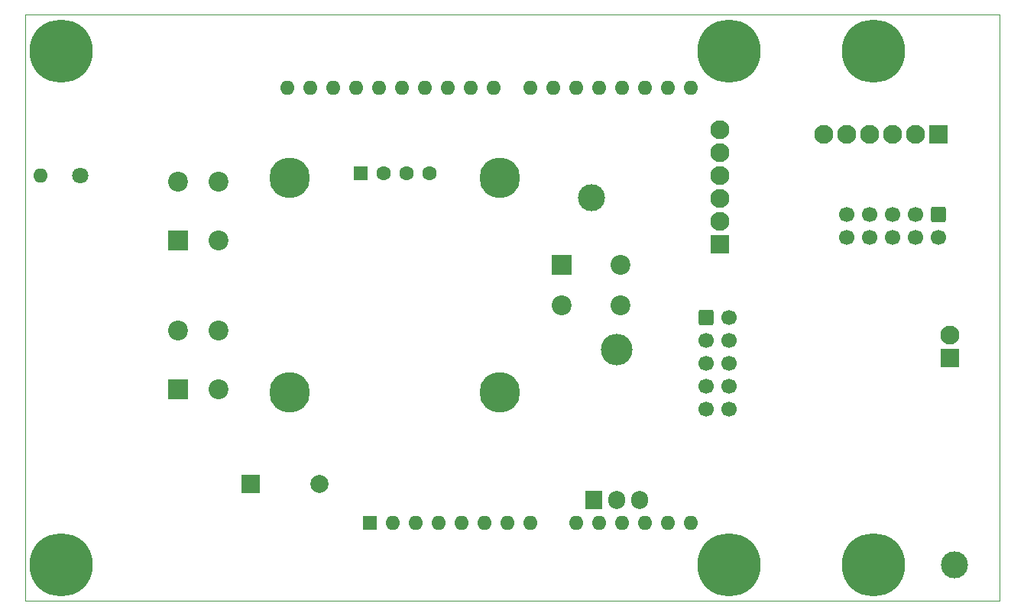
<source format=gbr>
%TF.GenerationSoftware,KiCad,Pcbnew,7.0.7*%
%TF.CreationDate,2023-11-29T19:00:17-05:00*%
%TF.ProjectId,moonratII,6d6f6f6e-7261-4744-9949-2e6b69636164,1.0*%
%TF.SameCoordinates,Original*%
%TF.FileFunction,Soldermask,Bot*%
%TF.FilePolarity,Negative*%
%FSLAX46Y46*%
G04 Gerber Fmt 4.6, Leading zero omitted, Abs format (unit mm)*
G04 Created by KiCad (PCBNEW 7.0.7) date 2023-11-29 19:00:17*
%MOMM*%
%LPD*%
G01*
G04 APERTURE LIST*
G04 Aperture macros list*
%AMRoundRect*
0 Rectangle with rounded corners*
0 $1 Rounding radius*
0 $2 $3 $4 $5 $6 $7 $8 $9 X,Y pos of 4 corners*
0 Add a 4 corners polygon primitive as box body*
4,1,4,$2,$3,$4,$5,$6,$7,$8,$9,$2,$3,0*
0 Add four circle primitives for the rounded corners*
1,1,$1+$1,$2,$3*
1,1,$1+$1,$4,$5*
1,1,$1+$1,$6,$7*
1,1,$1+$1,$8,$9*
0 Add four rect primitives between the rounded corners*
20,1,$1+$1,$2,$3,$4,$5,0*
20,1,$1+$1,$4,$5,$6,$7,0*
20,1,$1+$1,$6,$7,$8,$9,0*
20,1,$1+$1,$8,$9,$2,$3,0*%
G04 Aperture macros list end*
%ADD10C,0.800000*%
%ADD11C,7.000000*%
%ADD12C,3.000000*%
%ADD13R,2.200000X2.200000*%
%ADD14C,2.200000*%
%ADD15R,2.100000X2.100000*%
%ADD16C,2.100000*%
%ADD17RoundRect,0.250000X-0.600000X0.600000X-0.600000X-0.600000X0.600000X-0.600000X0.600000X0.600000X0*%
%ADD18C,1.700000*%
%ADD19O,1.600000X1.600000*%
%ADD20C,1.800000*%
%ADD21O,3.500000X3.500000*%
%ADD22R,1.905000X2.000000*%
%ADD23O,1.905000X2.000000*%
%ADD24R,2.000000X2.000000*%
%ADD25C,2.000000*%
%ADD26R,1.600000X1.600000*%
%ADD27C,1.600000*%
%ADD28C,4.500000*%
%ADD29RoundRect,0.250000X-0.600000X-0.600000X0.600000X-0.600000X0.600000X0.600000X-0.600000X0.600000X0*%
%TA.AperFunction,Profile*%
%ADD30C,0.100000*%
%TD*%
G04 APERTURE END LIST*
D10*
%TO.C,H2*%
X51375000Y-146000000D03*
X52143845Y-144143845D03*
X52143845Y-147856155D03*
X54000000Y-143375000D03*
D11*
X54000000Y-146000000D03*
D10*
X54000000Y-148625000D03*
X55856155Y-144143845D03*
X55856155Y-147856155D03*
X56625000Y-146000000D03*
%TD*%
D12*
%TO.C,TP2*%
X153000000Y-146000000D03*
%TD*%
D13*
%TO.C,SW1*%
X67000000Y-110000000D03*
D14*
X67000000Y-103500000D03*
X71500000Y-110000000D03*
X71500000Y-103500000D03*
%TD*%
D10*
%TO.C,H3*%
X125375000Y-146000000D03*
X126143845Y-144143845D03*
X126143845Y-147856155D03*
X128000000Y-143375000D03*
D11*
X128000000Y-146000000D03*
D10*
X128000000Y-148625000D03*
X129856155Y-144143845D03*
X129856155Y-147856155D03*
X130625000Y-146000000D03*
%TD*%
D15*
%TO.C,J9*%
X151250000Y-98250000D03*
D16*
X148710000Y-98250000D03*
X146170000Y-98250000D03*
X143630000Y-98250000D03*
X141090000Y-98250000D03*
X138550000Y-98250000D03*
%TD*%
D17*
%TO.C,J10*%
X151250000Y-107125000D03*
D18*
X151250000Y-109665000D03*
X148710000Y-107125000D03*
X148710000Y-109665000D03*
X146170000Y-107125000D03*
X146170000Y-109665000D03*
X143630000Y-107125000D03*
X143630000Y-109665000D03*
X141090000Y-107125000D03*
X141090000Y-109665000D03*
%TD*%
D19*
%TO.C,J1*%
X51750000Y-102800000D03*
D20*
X56150000Y-102800000D03*
%TD*%
D13*
%TO.C,SW3*%
X67000000Y-126500000D03*
D14*
X67000000Y-120000000D03*
X71500000Y-126500000D03*
X71500000Y-120000000D03*
%TD*%
D15*
%TO.C,J6*%
X127000000Y-110450000D03*
D16*
X127000000Y-107910000D03*
X127000000Y-105370000D03*
X127000000Y-102830000D03*
X127000000Y-100290000D03*
X127000000Y-97750000D03*
%TD*%
D12*
%TO.C,TP1*%
X112749993Y-105250005D03*
%TD*%
D15*
%TO.C,J11*%
X152500000Y-123099714D03*
D16*
X152500000Y-120559714D03*
%TD*%
D10*
%TO.C,H6*%
X141375000Y-146000000D03*
X142143845Y-144143845D03*
X142143845Y-147856155D03*
X144000000Y-143375000D03*
D11*
X144000000Y-146000000D03*
D10*
X144000000Y-148625000D03*
X145856155Y-144143845D03*
X145856155Y-147856155D03*
X146625000Y-146000000D03*
%TD*%
D21*
%TO.C,Q1*%
X115570000Y-122110000D03*
D22*
X113030000Y-138770000D03*
D23*
X115570000Y-138770000D03*
X118110000Y-138770000D03*
%TD*%
D10*
%TO.C,H4*%
X125375000Y-89000000D03*
X126143845Y-87143845D03*
X126143845Y-90856155D03*
X128000000Y-86375000D03*
D11*
X128000000Y-89000000D03*
D10*
X128000000Y-91625000D03*
X129856155Y-87143845D03*
X129856155Y-90856155D03*
X130625000Y-89000000D03*
%TD*%
%TO.C,H1*%
X51375000Y-89000000D03*
X52143845Y-87143845D03*
X52143845Y-90856155D03*
X54000000Y-86375000D03*
D11*
X54000000Y-89000000D03*
D10*
X54000000Y-91625000D03*
X55856155Y-87143845D03*
X55856155Y-90856155D03*
X56625000Y-89000000D03*
%TD*%
D24*
%TO.C,BZ1*%
X75000000Y-137000000D03*
D25*
X82620000Y-137000000D03*
%TD*%
D26*
%TO.C,J2*%
X87190000Y-102540000D03*
D27*
X89730000Y-102540000D03*
X92270000Y-102540000D03*
X94810000Y-102540000D03*
D28*
X79350000Y-103100000D03*
X102650000Y-103100000D03*
X79350000Y-126900000D03*
X102650000Y-126900000D03*
%TD*%
D13*
%TO.C,SW2*%
X109500000Y-112750000D03*
D14*
X116000000Y-112750000D03*
X109500000Y-117250000D03*
X116000000Y-117250000D03*
%TD*%
D10*
%TO.C,H5*%
X141375000Y-89000000D03*
X142143845Y-87143845D03*
X142143845Y-90856155D03*
X144000000Y-86375000D03*
D11*
X144000000Y-89000000D03*
D10*
X144000000Y-91625000D03*
X145856155Y-87143845D03*
X145856155Y-90856155D03*
X146625000Y-89000000D03*
%TD*%
D29*
%TO.C,J5*%
X125460000Y-118600000D03*
D18*
X128000000Y-118600000D03*
X125460000Y-121140000D03*
X128000000Y-121140000D03*
X125460000Y-123680000D03*
X128000000Y-123680000D03*
X125460000Y-126220000D03*
X128000000Y-126220000D03*
X125460000Y-128760000D03*
X128000000Y-128760000D03*
%TD*%
D26*
%TO.C,A1*%
X88225000Y-141330000D03*
D19*
X90765000Y-141330000D03*
X93305000Y-141330000D03*
X95845000Y-141330000D03*
X98385000Y-141330000D03*
X100925000Y-141330000D03*
X103465000Y-141330000D03*
X106005000Y-141330000D03*
X111085000Y-141330000D03*
X113625000Y-141330000D03*
X116165000Y-141330000D03*
X118705000Y-141330000D03*
X121245000Y-141330000D03*
X123785000Y-141330000D03*
X123785000Y-93070000D03*
X121245000Y-93070000D03*
X118705000Y-93070000D03*
X116165000Y-93070000D03*
X113625000Y-93070000D03*
X111085000Y-93070000D03*
X108545000Y-93070000D03*
X106005000Y-93070000D03*
X101945000Y-93070000D03*
X99405000Y-93070000D03*
X96865000Y-93070000D03*
X94325000Y-93070000D03*
X91785000Y-93070000D03*
X89245000Y-93070000D03*
X86705000Y-93070000D03*
X84165000Y-93070000D03*
X81625000Y-93070000D03*
X79085000Y-93070000D03*
%TD*%
D30*
X50000000Y-150000000D02*
X158000000Y-150000000D01*
X158000000Y-85000000D02*
X50000000Y-85000000D01*
X50000000Y-85000000D02*
X50000000Y-150000000D01*
X158000000Y-150000000D02*
X158000000Y-85000000D01*
M02*

</source>
